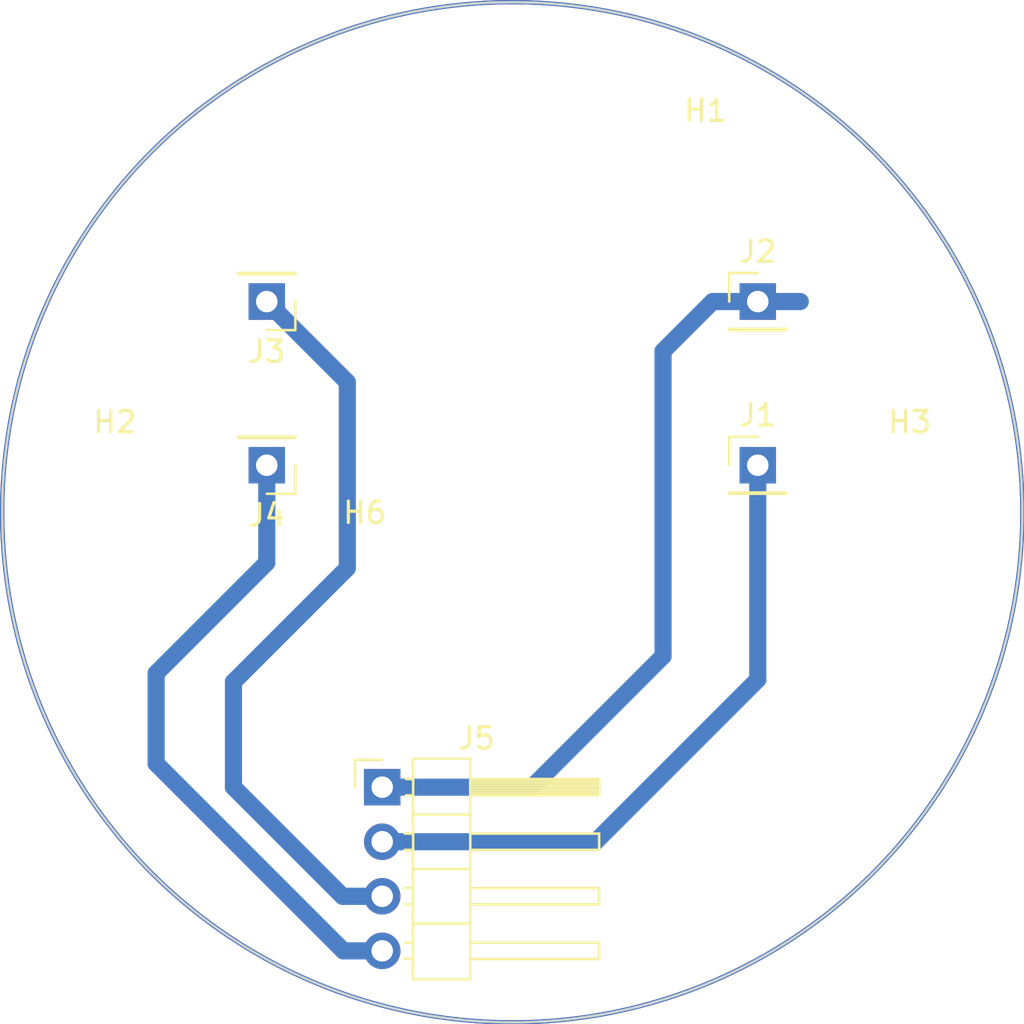
<source format=kicad_pcb>
(kicad_pcb (version 20221018) (generator pcbnew)
  (layers (0 "F.Cu" signal) (31 "B.Cu" signal) (34 "B.Paste" user) (35 "F.Paste" user) (36 "B.SilkS" user "B.Silkscreen") (37 "F.SilkS" user "F.Silkscreen") (38 "B.Mask" user) (39 "F.Mask" user) (44 "Edge.Cuts" user))
  (net 0 "")
  (net 1 "Net-(J1-Pin_1)")
  (net 2 "Net-(J2-Pin_1)")
  (net 3 "Net-(J3-Pin_1)")
  (net 4 "Net-(J4-Pin_1)")
  (footprint "Connector_PinHeader_2.54mm:PinHeader_1x01_P2.54mm_Vertical" (layer "F.Cu") (at 143.51 91.79)
    (fp_text reference "J2" (at 0 -2.33) (layer "F.SilkS"))
    (fp_text value "Conn_01x01_Pin")
    (fp_line (start -1.33 -1.33) (end 0 -1.33) (stroke (width 0.12)) (layer "F.SilkS"))
    (fp_line (start -1.33 0) (end -1.33 -1.33) (stroke (width 0.12)) (layer "F.SilkS"))
    (fp_line (start -1.33 1.27) (end -1.33 1.33) (stroke (width 0.12)) (layer "F.SilkS"))
    (fp_line (start -1.33 1.27) (end 1.33 1.27) (stroke (width 0.12)) (layer "F.SilkS"))
    (fp_line (start -1.33 1.33) (end 1.33 1.33) (stroke (width 0.12)) (layer "F.SilkS"))
    (fp_line (start 1.33 1.27) (end 1.33 1.33) (stroke (width 0.12)) (layer "F.SilkS"))
    (pad "1" thru_hole rect (at 0 0) (size 1.7 1.7) (drill 1) (layers "*.Cu" "*.Mask") (net 2 "Net-(J2-Pin_1)"))
  )
  (footprint "MountingHole:MountingHole_3.2mm_M3" (layer "F.Cu") (at 150.58 101.6)
    (fp_text reference "H3" (at 0 -4.2) (layer "F.SilkS"))
    (fp_text value "MountingHole")
    (pad "" np_thru_hole circle (at 0 0) (size 3.2 3.2) (drill 3.2) (layers "*.Cu" "*.Mask"))
  )
  (footprint "MountingHole:MountingHole_2.7mm" (layer "F.Cu") (at 141.08 86.6)
    (fp_text reference "H1" (at 0 -3.7) (layer "F.SilkS"))
    (fp_text value "MountingHole")
    (pad "" np_thru_hole circle (at 0 0) (size 2.7 2.7) (drill 2.7) (layers "*.Cu" "*.Mask"))
  )
  (footprint "Connector_PinHeader_2.54mm:PinHeader_1x01_P2.54mm_Vertical" (layer "F.Cu") (at 143.51 99.41)
    (fp_text reference "J1" (at 0 -2.33) (layer "F.SilkS"))
    (fp_text value "Conn_01x01_Pin")
    (fp_line (start -1.33 -1.33) (end 0 -1.33) (stroke (width 0.12)) (layer "F.SilkS"))
    (fp_line (start -1.33 0) (end -1.33 -1.33) (stroke (width 0.12)) (layer "F.SilkS"))
    (fp_line (start -1.33 1.27) (end -1.33 1.33) (stroke (width 0.12)) (layer "F.SilkS"))
    (fp_line (start -1.33 1.27) (end 1.33 1.27) (stroke (width 0.12)) (layer "F.SilkS"))
    (fp_line (start -1.33 1.33) (end 1.33 1.33) (stroke (width 0.12)) (layer "F.SilkS"))
    (fp_line (start 1.33 1.27) (end 1.33 1.33) (stroke (width 0.12)) (layer "F.SilkS"))
    (pad "1" thru_hole rect (at 0 0) (size 1.7 1.7) (drill 1) (layers "*.Cu" "*.Mask") (net 1 "Net-(J1-Pin_1)"))
  )
  (footprint "Connector_PinHeader_2.54mm:PinHeader_1x04_P2.54mm_Horizontal" (layer "F.Cu") (at 126.025 114.4)
    (fp_text reference "J5" (at 4.385 -2.27) (layer "F.SilkS"))
    (fp_text value "Conn_01x04_Pin")
    (fp_line (start -1.27 -1.27) (end 0 -1.27) (stroke (width 0.12)) (layer "F.SilkS"))
    (fp_line (start -1.27 0) (end -1.27 -1.27) (stroke (width 0.12)) (layer "F.SilkS"))
    (fp_line (start 1.042929 2.16) (end 1.44 2.16) (stroke (width 0.12)) (layer "F.SilkS"))
    (fp_line (start 1.042929 2.92) (end 1.44 2.92) (stroke (width 0.12)) (layer "F.SilkS"))
    (fp_line (start 1.042929 4.7) (end 1.44 4.7) (stroke (width 0.12)) (layer "F.SilkS"))
    (fp_line (start 1.042929 5.46) (end 1.44 5.46) (stroke (width 0.12)) (layer "F.SilkS"))
    (fp_line (start 1.042929 7.24) (end 1.44 7.24) (stroke (width 0.12)) (layer "F.SilkS"))
    (fp_line (start 1.042929 8) (end 1.44 8) (stroke (width 0.12)) (layer "F.SilkS"))
    (fp_line (start 1.11 -0.38) (end 1.44 -0.38) (stroke (width 0.12)) (layer "F.SilkS"))
    (fp_line (start 1.11 0.38) (end 1.44 0.38) (stroke (width 0.12)) (layer "F.SilkS"))
    (fp_line (start 1.44 -1.33) (end 1.44 8.95) (stroke (width 0.12)) (layer "F.SilkS"))
    (fp_line (start 1.44 1.27) (end 4.1 1.27) (stroke (width 0.12)) (layer "F.SilkS"))
    (fp_line (start 1.44 3.81) (end 4.1 3.81) (stroke (width 0.12)) (layer "F.SilkS"))
    (fp_line (start 1.44 6.35) (end 4.1 6.35) (stroke (width 0.12)) (layer "F.SilkS"))
    (fp_line (start 1.44 8.95) (end 4.1 8.95) (stroke (width 0.12)) (layer "F.SilkS"))
    (fp_line (start 4.1 -1.33) (end 1.44 -1.33) (stroke (width 0.12)) (layer "F.SilkS"))
    (fp_line (start 4.1 -0.38) (end 10.1 -0.38) (stroke (width 0.12)) (layer "F.SilkS"))
    (fp_line (start 4.1 -0.32) (end 10.1 -0.32) (stroke (width 0.12)) (layer "F.SilkS"))
    (fp_line (start 4.1 -0.2) (end 10.1 -0.2) (stroke (width 0.12)) (layer "F.SilkS"))
    (fp_line (start 4.1 -0.08) (end 10.1 -0.08) (stroke (width 0.12)) (layer "F.SilkS"))
    (fp_line (start 4.1 0.04) (end 10.1 0.04) (stroke (width 0.12)) (layer "F.SilkS"))
    (fp_line (start 4.1 0.16) (end 10.1 0.16) (stroke (width 0.12)) (layer "F.SilkS"))
    (fp_line (start 4.1 0.28) (end 10.1 0.28) (stroke (width 0.12)) (layer "F.SilkS"))
    (fp_line (start 4.1 2.16) (end 10.1 2.16) (stroke (width 0.12)) (layer "F.SilkS"))
    (fp_line (start 4.1 4.7) (end 10.1 4.7) (stroke (width 0.12)) (layer "F.SilkS"))
    (fp_line (start 4.1 7.24) (end 10.1 7.24) (stroke (width 0.12)) (layer "F.SilkS"))
    (fp_line (start 4.1 8.95) (end 4.1 -1.33) (stroke (width 0.12)) (layer "F.SilkS"))
    (fp_line (start 10.1 -0.38) (end 10.1 0.38) (stroke (width 0.12)) (layer "F.SilkS"))
    (fp_line (start 10.1 0.38) (end 4.1 0.38) (stroke (width 0.12)) (layer "F.SilkS"))
    (fp_line (start 10.1 2.16) (end 10.1 2.92) (stroke (width 0.12)) (layer "F.SilkS"))
    (fp_line (start 10.1 2.92) (end 4.1 2.92) (stroke (width 0.12)) (layer "F.SilkS"))
    (fp_line (start 10.1 4.7) (end 10.1 5.46) (stroke (width 0.12)) (layer "F.SilkS"))
    (fp_line (start 10.1 5.46) (end 4.1 5.46) (stroke (width 0.12)) (layer "F.SilkS"))
    (fp_line (start 10.1 7.24) (end 10.1 8) (stroke (width 0.12)) (layer "F.SilkS"))
    (fp_line (start 10.1 8) (end 4.1 8) (stroke (width 0.12)) (layer "F.SilkS"))
    (pad "1" thru_hole rect (at 0 0) (size 1.7 1.7) (drill 1) (layers "*.Cu" "*.Mask") (net 2 "Net-(J2-Pin_1)"))
    (pad "2" thru_hole oval (at 0 2.54) (size 1.7 1.7) (drill 1) (layers "*.Cu" "*.Mask") (net 1 "Net-(J1-Pin_1)"))
    (pad "3" thru_hole oval (at 0 5.08) (size 1.7 1.7) (drill 1) (layers "*.Cu" "*.Mask") (net 3 "Net-(J3-Pin_1)"))
    (pad "4" thru_hole oval (at 0 7.62) (size 1.7 1.7) (drill 1) (layers "*.Cu" "*.Mask") (net 4 "Net-(J4-Pin_1)"))
  )
  (footprint "MountingHole:MountingHole_3.2mm_M3" (layer "F.Cu") (at 113.58 101.6)
    (fp_text reference "H2" (at 0 -4.2) (layer "F.SilkS"))
    (fp_text value "MountingHole")
    (pad "" np_thru_hole circle (at 0 0) (size 3.2 3.2) (drill 3.2) (layers "*.Cu" "*.Mask"))
  )
  (footprint "Connector_PinHeader_2.54mm:PinHeader_1x01_P2.54mm_Vertical" (layer "F.Cu") (at 120.65 99.41 180)
    (fp_text reference "J4" (at 0 -2.33 180) (layer "F.SilkS"))
    (fp_text value "Conn_01x01_Pin")
    (fp_line (start -1.33 -1.33) (end 0 -1.33) (stroke (width 0.12)) (layer "F.SilkS"))
    (fp_line (start -1.33 0) (end -1.33 -1.33) (stroke (width 0.12)) (layer "F.SilkS"))
    (fp_line (start -1.33 1.27) (end -1.33 1.33) (stroke (width 0.12)) (layer "F.SilkS"))
    (fp_line (start -1.33 1.27) (end 1.33 1.27) (stroke (width 0.12)) (layer "F.SilkS"))
    (fp_line (start -1.33 1.33) (end 1.33 1.33) (stroke (width 0.12)) (layer "F.SilkS"))
    (fp_line (start 1.33 1.27) (end 1.33 1.33) (stroke (width 0.12)) (layer "F.SilkS"))
    (pad "1" thru_hole rect (at 0 0 180) (size 1.7 1.7) (drill 1) (layers "*.Cu" "*.Mask") (net 4 "Net-(J4-Pin_1)"))
  )
  (footprint "MountingHole:MountingHole_4.5mm" (layer "F.Cu") (at 132.08 105.6)
    (fp_text reference "H6" (at -6.87 -3.98) (layer "F.SilkS"))
    (fp_text value "MountingHole")
    (pad "" np_thru_hole circle (at 0 0) (size 4.5 4.5) (drill 4.5) (layers "*.Cu" "*.Mask"))
  )
  (footprint "Connector_PinHeader_2.54mm:PinHeader_1x01_P2.54mm_Vertical" (layer "F.Cu") (at 120.65 91.79 180)
    (fp_text reference "J3" (at 0 -2.33 180) (layer "F.SilkS"))
    (fp_text value "Conn_01x01_Pin")
    (fp_line (start -1.33 -1.33) (end 0 -1.33) (stroke (width 0.12)) (layer "F.SilkS"))
    (fp_line (start -1.33 0) (end -1.33 -1.33) (stroke (width 0.12)) (layer "F.SilkS"))
    (fp_line (start -1.33 1.27) (end -1.33 1.33) (stroke (width 0.12)) (layer "F.SilkS"))
    (fp_line (start -1.33 1.27) (end 1.33 1.27) (stroke (width 0.12)) (layer "F.SilkS"))
    (fp_line (start -1.33 1.33) (end 1.33 1.33) (stroke (width 0.12)) (layer "F.SilkS"))
    (fp_line (start 1.33 1.27) (end 1.33 1.33) (stroke (width 0.12)) (layer "F.SilkS"))
    (pad "1" thru_hole rect (at 0 0 180) (size 1.7 1.7) (drill 1) (layers "*.Cu" "*.Mask") (net 3 "Net-(J3-Pin_1)"))
  )
  (gr_circle (center 132.08 101.6) (end 155.83 101.6) (stroke (width 0.2)) (fill none) (layer "F.Cu"))
  (gr_circle (center 132.08 101.6) (end 155.83 101.6) (stroke (width 0.2)) (fill none) (layer "B.Cu"))
  (gr_circle (center 132.08 101.6) (end 155.83 101.6) (stroke (width 0.1)) (fill none) (layer "Edge.Cuts"))
  (segment (start 135.96 116.94) (end 126.025 116.94) (width 0.8) (layer "B.Cu") (net 1))
  (segment (start 143.51 99.41) (end 143.51 109.39) (width 0.8) (layer "B.Cu") (net 1))
  (segment (start 143.51 109.39) (end 135.96 116.94) (width 0.8) (layer "B.Cu") (net 1))
  (segment (start 139.1 108.3) (end 133 114.4) (width 0.8) (layer "B.Cu") (net 2))
  (segment (start 143.51 91.79) (end 141.41 91.79) (width 0.8) (layer "B.Cu") (net 2))
  (segment (start 145.49 91.79) (end 143.51 91.79) (width 0.8) (layer "B.Cu") (net 2))
  (segment (start 133 114.4) (end 126.025 114.4) (width 0.8) (layer "B.Cu") (net 2))
  (segment (start 141.41 91.79) (end 139.1 94.1) (width 0.8) (layer "B.Cu") (net 2))
  (segment (start 139.1 94.1) (end 139.1 108.3) (width 0.8) (layer "B.Cu") (net 2))
  (segment (start 119.1 109.5) (end 124.4 104.2) (width 0.8) (layer "B.Cu") (net 3))
  (segment (start 126.025 119.48) (end 124.18 119.48) (width 0.8) (layer "B.Cu") (net 3))
  (segment (start 124.18 119.48) (end 119.1 114.4) (width 0.8) (layer "B.Cu") (net 3))
  (segment (start 119.1 114.4) (end 119.1 109.5) (width 0.8) (layer "B.Cu") (net 3))
  (segment (start 124.4 104.2) (end 124.4 95.54) (width 0.8) (layer "B.Cu") (net 3))
  (segment (start 124.4 95.54) (end 120.65 91.79) (width 0.8) (layer "B.Cu") (net 3))
  (segment (start 115.5 113.3) (end 115.5 109.1) (width 0.8) (layer "B.Cu") (net 4))
  (segment (start 124.22 122.02) (end 115.5 113.3) (width 0.8) (layer "B.Cu") (net 4))
  (segment (start 115.5 109.1) (end 120.65 103.95) (width 0.8) (layer "B.Cu") (net 4))
  (segment (start 120.65 103.95) (end 120.65 99.41) (width 0.8) (layer "B.Cu") (net 4))
  (segment (start 126.025 122.02) (end 124.22 122.02) (width 0.8) (layer "B.Cu") (net 4))
)
</source>
